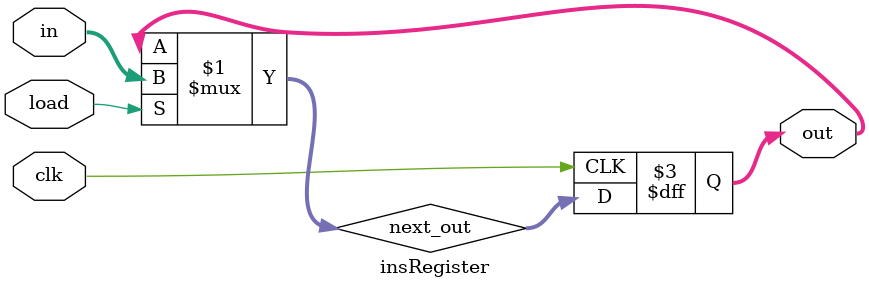
<source format=v>
module insRegister (in, clk, load, out);

//declaring inputs and outputs, regs and wires
parameter n=8;
input [n-1:0] in;
input load, clk;
output [n-1:0] out;
reg [n-1:0] out;
wire [n-1:0] next_out;

//assigning next out to in if load is 1 or out if load is 0
assign next_out = load ? in : out;

//non blocking next out to out
always @(posedge clk)begin
    out <= next_out;
end
endmodule
 

</source>
